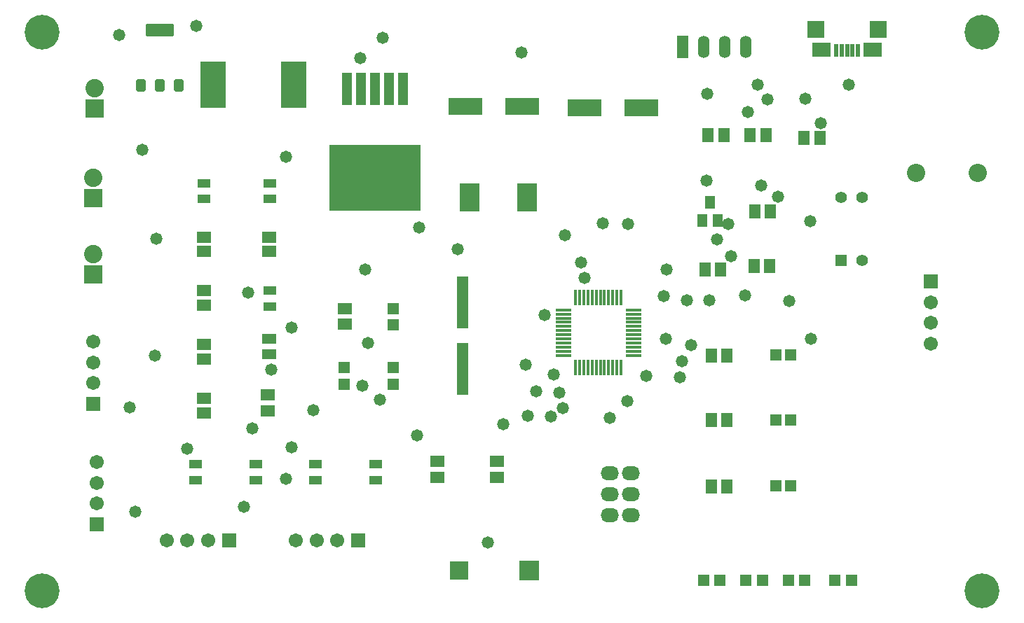
<source format=gts>
G04*
G04 #@! TF.GenerationSoftware,Altium Limited,Altium Designer,22.1.2 (22)*
G04*
G04 Layer_Color=8388736*
%FSLAX25Y25*%
%MOIN*%
G70*
G04*
G04 #@! TF.SameCoordinates,3CC87442-B0F0-4D04-9EAA-D9769B1F071C*
G04*
G04*
G04 #@! TF.FilePolarity,Negative*
G04*
G01*
G75*
%ADD43R,0.43477X0.31824*%
%ADD44R,0.04698X0.15721*%
%ADD45R,0.05600X0.05600*%
%ADD46R,0.07293X0.01781*%
%ADD47R,0.01781X0.07293*%
%ADD48R,0.06233X0.04422*%
%ADD49R,0.06587X0.05367*%
%ADD50R,0.12217X0.22060*%
%ADD51R,0.15997X0.08359*%
%ADD52R,0.09658X0.13320*%
G04:AMPARAMS|DCode=53|XSize=44.61mil|YSize=59.58mil|CornerRadius=6.75mil|HoleSize=0mil|Usage=FLASHONLY|Rotation=0.000|XOffset=0mil|YOffset=0mil|HoleType=Round|Shape=RoundedRectangle|*
%AMROUNDEDRECTD53*
21,1,0.04461,0.04608,0,0,0.0*
21,1,0.03112,0.05958,0,0,0.0*
1,1,0.01349,0.01556,-0.02304*
1,1,0.01349,-0.01556,-0.02304*
1,1,0.01349,-0.01556,0.02304*
1,1,0.01349,0.01556,0.02304*
%
%ADD53ROUNDEDRECTD53*%
G04:AMPARAMS|DCode=54|XSize=135.56mil|YSize=59.58mil|CornerRadius=7.87mil|HoleSize=0mil|Usage=FLASHONLY|Rotation=0.000|XOffset=0mil|YOffset=0mil|HoleType=Round|Shape=RoundedRectangle|*
%AMROUNDEDRECTD54*
21,1,0.13556,0.04384,0,0,0.0*
21,1,0.11982,0.05958,0,0,0.0*
1,1,0.01574,0.05991,-0.02192*
1,1,0.01574,-0.05991,-0.02192*
1,1,0.01574,-0.05991,0.02192*
1,1,0.01574,0.05991,0.02192*
%
%ADD54ROUNDEDRECTD54*%
%ADD55R,0.06509X0.05131*%
%ADD56R,0.06506X0.05718*%
%ADD57R,0.05600X0.05600*%
%ADD58R,0.05524X0.24800*%
%ADD59R,0.05324X0.05324*%
%ADD60R,0.05718X0.06506*%
%ADD61R,0.08674X0.08674*%
%ADD62R,0.09265X0.09265*%
%ADD63R,0.08280X0.08280*%
%ADD64R,0.09068X0.07099*%
%ADD65R,0.02375X0.06115*%
%ADD66R,0.04737X0.06312*%
%ADD67R,0.05524X0.05524*%
%ADD68C,0.05524*%
%ADD69R,0.08772X0.08772*%
%ADD70C,0.08772*%
%ADD71O,0.05524X0.10642*%
%ADD72R,0.05524X0.10642*%
%ADD73O,0.08674X0.06706*%
%ADD74C,0.06737*%
%ADD75R,0.06737X0.06737*%
%ADD76R,0.06737X0.06737*%
%ADD77C,0.08674*%
%ADD78C,0.16548*%
%ADD79C,0.05800*%
D43*
X317421Y330020D02*
D03*
D44*
X304035Y372342D02*
D03*
X310728D02*
D03*
X317421D02*
D03*
X324114D02*
D03*
X330807D02*
D03*
D45*
X325984Y239468D02*
D03*
Y231594D02*
D03*
X302750Y239468D02*
D03*
Y231594D02*
D03*
X325984Y259804D02*
D03*
Y267678D02*
D03*
D46*
X406937Y267028D02*
D03*
Y265059D02*
D03*
Y263090D02*
D03*
Y261122D02*
D03*
Y259154D02*
D03*
Y257185D02*
D03*
Y255217D02*
D03*
Y253248D02*
D03*
Y251279D02*
D03*
Y249311D02*
D03*
Y247342D02*
D03*
Y245374D02*
D03*
X440307D02*
D03*
Y247342D02*
D03*
Y249311D02*
D03*
Y251279D02*
D03*
Y253248D02*
D03*
Y255217D02*
D03*
Y257185D02*
D03*
Y259154D02*
D03*
Y261122D02*
D03*
Y263090D02*
D03*
Y265059D02*
D03*
Y267028D02*
D03*
D47*
X412795Y239516D02*
D03*
X414764D02*
D03*
X416732D02*
D03*
X418701D02*
D03*
X420669D02*
D03*
X422638D02*
D03*
X424606D02*
D03*
X426575D02*
D03*
X428543D02*
D03*
X430512D02*
D03*
X432480D02*
D03*
X434449D02*
D03*
Y272886D02*
D03*
X432480D02*
D03*
X430512D02*
D03*
X428543D02*
D03*
X426575D02*
D03*
X424606D02*
D03*
X422638D02*
D03*
X420669D02*
D03*
X418701D02*
D03*
X416732D02*
D03*
X414764D02*
D03*
X412795D02*
D03*
D48*
X267371Y319900D02*
D03*
Y327420D02*
D03*
Y268699D02*
D03*
Y276218D02*
D03*
X236043Y319900D02*
D03*
Y327420D02*
D03*
X289135Y193425D02*
D03*
Y185906D02*
D03*
X317609Y193425D02*
D03*
Y185906D02*
D03*
X232185Y193425D02*
D03*
Y185906D02*
D03*
X260660Y193425D02*
D03*
Y185906D02*
D03*
D49*
X267194Y294772D02*
D03*
Y301701D02*
D03*
X236220D02*
D03*
Y294772D02*
D03*
Y276100D02*
D03*
Y269171D02*
D03*
Y250499D02*
D03*
Y243570D02*
D03*
Y224899D02*
D03*
Y217969D02*
D03*
D50*
X278642Y374311D02*
D03*
X240453D02*
D03*
D51*
X360319Y364075D02*
D03*
X387319D02*
D03*
X417110Y363386D02*
D03*
X444110D02*
D03*
D52*
X389587Y320472D02*
D03*
X362382D02*
D03*
D53*
X206043Y374035D02*
D03*
X215059D02*
D03*
X224075D02*
D03*
D54*
X215059Y400374D02*
D03*
D55*
X267233Y246005D02*
D03*
Y253092D02*
D03*
D56*
X375492Y187404D02*
D03*
Y194885D02*
D03*
X303150Y260138D02*
D03*
Y267618D02*
D03*
X266437Y226476D02*
D03*
Y218996D02*
D03*
X347017Y187404D02*
D03*
Y194885D02*
D03*
D57*
X536078Y138398D02*
D03*
X543952D02*
D03*
X514030D02*
D03*
X521904D02*
D03*
X493852D02*
D03*
X501726D02*
D03*
X473674D02*
D03*
X481548D02*
D03*
D58*
X359055Y239075D02*
D03*
Y270571D02*
D03*
D59*
X508224Y214452D02*
D03*
X515224D02*
D03*
X508224Y183272D02*
D03*
X515224D02*
D03*
X508224Y245632D02*
D03*
X515224D02*
D03*
D60*
X484842Y214567D02*
D03*
X477362D02*
D03*
X484842Y182972D02*
D03*
X477362D02*
D03*
X484842Y245332D02*
D03*
X477362D02*
D03*
X483357Y350374D02*
D03*
X475876D02*
D03*
X503338D02*
D03*
X495858D02*
D03*
X529035Y348819D02*
D03*
X521555D02*
D03*
X497638Y287796D02*
D03*
X505118D02*
D03*
X498032Y313878D02*
D03*
X505512D02*
D03*
X474410Y286319D02*
D03*
X481890D02*
D03*
D61*
X357283Y142815D02*
D03*
D62*
X390748D02*
D03*
D63*
X526968Y400492D02*
D03*
X556890D02*
D03*
D64*
X529724Y390945D02*
D03*
X554134D02*
D03*
D65*
X536811Y390453D02*
D03*
X539370D02*
D03*
X541929D02*
D03*
X544488D02*
D03*
X547047D02*
D03*
D66*
X476772Y318209D02*
D03*
X480512Y309547D02*
D03*
X473032D02*
D03*
D67*
X538996Y290610D02*
D03*
D68*
X548996D02*
D03*
Y320610D02*
D03*
X538996D02*
D03*
D69*
X184153Y362894D02*
D03*
X183545Y320169D02*
D03*
Y283848D02*
D03*
D70*
X184153Y372736D02*
D03*
X183545Y330011D02*
D03*
Y293690D02*
D03*
D71*
X493661Y392224D02*
D03*
X483661D02*
D03*
X473661D02*
D03*
D72*
X463661D02*
D03*
D73*
X439173Y179095D02*
D03*
Y169095D02*
D03*
X429173D02*
D03*
Y179095D02*
D03*
X439173Y189094D02*
D03*
X429173D02*
D03*
D74*
X279823Y157382D02*
D03*
X289665D02*
D03*
X299508D02*
D03*
X218406D02*
D03*
X228248D02*
D03*
X238090D02*
D03*
X581791Y250984D02*
D03*
Y260827D02*
D03*
Y270669D02*
D03*
X184941Y194587D02*
D03*
Y184744D02*
D03*
Y174902D02*
D03*
X183366Y251870D02*
D03*
Y242028D02*
D03*
Y232185D02*
D03*
D75*
X309350Y157382D02*
D03*
X247933D02*
D03*
D76*
X581791Y280512D02*
D03*
X184941Y165059D02*
D03*
X183366Y222342D02*
D03*
D77*
X604134Y332382D02*
D03*
X574705D02*
D03*
D78*
X158957Y399410D02*
D03*
Y133268D02*
D03*
X606201D02*
D03*
Y399410D02*
D03*
D79*
X378346Y212697D02*
D03*
X390059Y216535D02*
D03*
X401024Y216240D02*
D03*
X277658Y201476D02*
D03*
X337402Y207382D02*
D03*
X429012Y215673D02*
D03*
X501083Y326181D02*
D03*
X509252Y321024D02*
D03*
X522001Y367440D02*
D03*
X259252Y210531D02*
D03*
X213583Y300787D02*
D03*
X257185Y275098D02*
D03*
X277756Y258465D02*
D03*
X462303Y234842D02*
D03*
X405020Y227658D02*
D03*
X406595Y220276D02*
D03*
X402559Y236398D02*
D03*
X319666Y224095D02*
D03*
X311352Y231077D02*
D03*
X287992Y219193D02*
D03*
X200787Y220669D02*
D03*
X212795Y245276D02*
D03*
X455905Y253398D02*
D03*
X254953Y173228D02*
D03*
X275098Y186516D02*
D03*
X203445Y170768D02*
D03*
X228051Y200847D02*
D03*
X206890Y343110D02*
D03*
X312894Y286319D02*
D03*
X467717Y250394D02*
D03*
X463386Y242520D02*
D03*
X407874Y302461D02*
D03*
X398057Y264640D02*
D03*
X524311Y309350D02*
D03*
X485532Y308071D02*
D03*
X486713Y292520D02*
D03*
X455965Y286417D02*
D03*
X480217Y300590D02*
D03*
X416929Y282382D02*
D03*
X371102Y156398D02*
D03*
X394232Y228346D02*
D03*
X388976Y240945D02*
D03*
X415551Y289567D02*
D03*
X493405Y273819D02*
D03*
X476575Y271496D02*
D03*
X454823Y273425D02*
D03*
X474925Y328665D02*
D03*
X475394Y370079D02*
D03*
X437795Y307874D02*
D03*
X494783Y361122D02*
D03*
X529429Y356004D02*
D03*
X542717Y374410D02*
D03*
X499409D02*
D03*
X503937Y367323D02*
D03*
X465846Y271654D02*
D03*
X446358Y235433D02*
D03*
X524606Y253346D02*
D03*
X514272Y271161D02*
D03*
X437303Y223524D02*
D03*
X387106Y389469D02*
D03*
X338583Y306201D02*
D03*
X275000Y339764D02*
D03*
X310531Y386910D02*
D03*
X356594Y296063D02*
D03*
X232382Y402165D02*
D03*
X321063Y396457D02*
D03*
X268209Y238681D02*
D03*
X314075Y251279D02*
D03*
X425886Y308366D02*
D03*
X195669Y397933D02*
D03*
M02*

</source>
